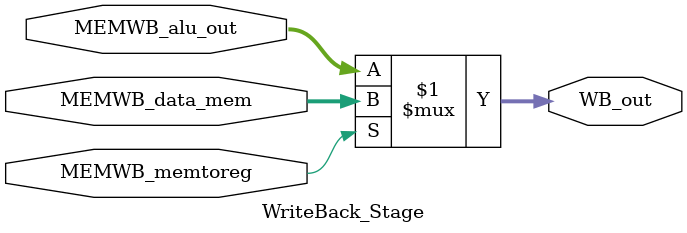
<source format=sv>
module WriteBack_Stage (input [15:0] MEMWB_data_mem, input [15:0] MEMWB_alu_out, input MEMWB_memtoreg, output [15:0] WB_out);

	assign WB_out = MEMWB_memtoreg ? MEMWB_data_mem : MEMWB_alu_out;

endmodule
</source>
